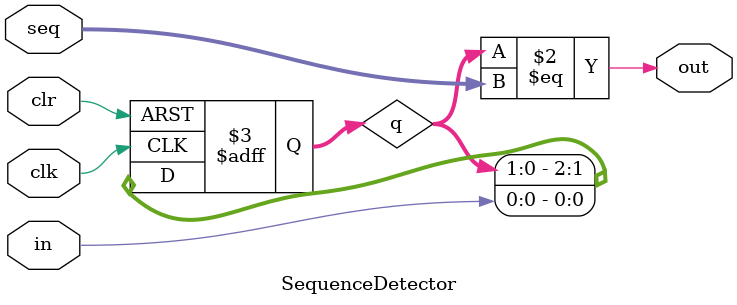
<source format=v>
module SequenceDetector(in,out,clr,clk,seq);
    input in,clk,clr;
    input [2:0]seq;
    output out;
    reg [2:0]q;
    // parameter seq = 3'b111;
    always @(posedge clk or posedge clr)
        if (clr) q<=3'b000;  
        else q<={q[1:0],in};
    assign out=(q==seq);
endmodule
</source>
